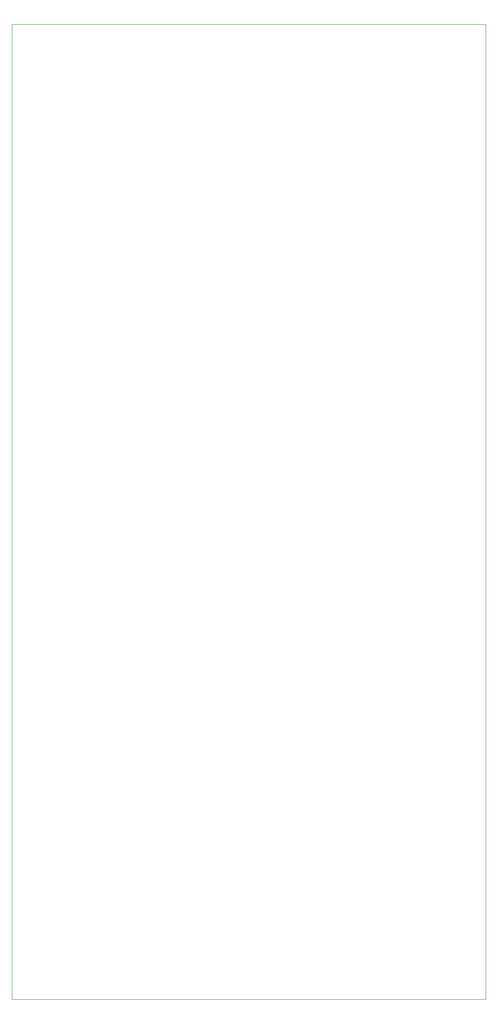
<source format=gbr>
G04 #@! TF.FileFunction,Profile,NP*
%FSLAX46Y46*%
G04 Gerber Fmt 4.6, Leading zero omitted, Abs format (unit mm)*
G04 Created by KiCad (PCBNEW 4.0.4-stable) date 02/16/17 08:27:34*
%MOMM*%
%LPD*%
G01*
G04 APERTURE LIST*
%ADD10C,0.100000*%
G04 APERTURE END LIST*
D10*
X188200000Y-54500000D02*
X188200000Y-241500000D01*
X97200000Y-241500000D02*
X188200000Y-241500000D01*
X97200000Y-54500000D02*
X188200000Y-54500000D01*
X97200000Y-54500000D02*
X97200000Y-241500000D01*
M02*

</source>
